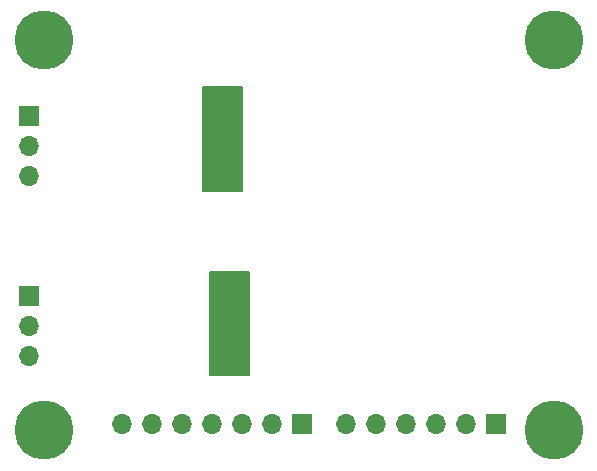
<source format=gbs>
G04 #@! TF.GenerationSoftware,KiCad,Pcbnew,6.0.4-6f826c9f35~116~ubuntu20.04.1*
G04 #@! TF.CreationDate,2022-04-25T13:09:09+02:00*
G04 #@! TF.ProjectId,foc,666f632e-6b69-4636-9164-5f7063625858,rev?*
G04 #@! TF.SameCoordinates,Original*
G04 #@! TF.FileFunction,Soldermask,Bot*
G04 #@! TF.FilePolarity,Negative*
%FSLAX46Y46*%
G04 Gerber Fmt 4.6, Leading zero omitted, Abs format (unit mm)*
G04 Created by KiCad (PCBNEW 6.0.4-6f826c9f35~116~ubuntu20.04.1) date 2022-04-25 13:09:09*
%MOMM*%
%LPD*%
G01*
G04 APERTURE LIST*
%ADD10C,0.150000*%
%ADD11R,1.700000X1.700000*%
%ADD12O,1.700000X1.700000*%
%ADD13C,0.800000*%
%ADD14C,5.000000*%
G04 APERTURE END LIST*
D10*
X159004000Y-101663500D02*
X155702000Y-101663500D01*
X155702000Y-101663500D02*
X155702000Y-92900500D01*
X155702000Y-92900500D02*
X159004000Y-92900500D01*
X159004000Y-92900500D02*
X159004000Y-101663500D01*
G36*
X159004000Y-101663500D02*
G01*
X155702000Y-101663500D01*
X155702000Y-92900500D01*
X159004000Y-92900500D01*
X159004000Y-101663500D01*
G37*
X159639000Y-117284500D02*
X156337000Y-117284500D01*
X156337000Y-117284500D02*
X156337000Y-108521500D01*
X156337000Y-108521500D02*
X159639000Y-108521500D01*
X159639000Y-108521500D02*
X159639000Y-117284500D01*
G36*
X159639000Y-117284500D02*
G01*
X156337000Y-117284500D01*
X156337000Y-108521500D01*
X159639000Y-108521500D01*
X159639000Y-117284500D01*
G37*
D11*
X140970000Y-95315800D03*
D12*
X140970000Y-97855800D03*
X140970000Y-100395800D03*
D11*
X180543200Y-121405800D03*
D12*
X178003200Y-121405800D03*
X175463200Y-121405800D03*
X172923200Y-121405800D03*
X170383200Y-121405800D03*
X167843200Y-121405800D03*
D13*
X140365000Y-121920000D03*
X140914175Y-123245825D03*
X143565825Y-120594175D03*
X142240000Y-120045000D03*
D14*
X142240000Y-121920000D03*
D13*
X142240000Y-123795000D03*
X140914175Y-120594175D03*
X144115000Y-121920000D03*
X143565825Y-123245825D03*
D14*
X142240000Y-88900000D03*
D13*
X140365000Y-88900000D03*
X140914175Y-90225825D03*
X140914175Y-87574175D03*
X142240000Y-90775000D03*
X144115000Y-88900000D03*
X143565825Y-87574175D03*
X142240000Y-87025000D03*
X143565825Y-90225825D03*
D11*
X164139800Y-121405800D03*
D12*
X161599800Y-121405800D03*
X159059800Y-121405800D03*
X156519800Y-121405800D03*
X153979800Y-121405800D03*
X151439800Y-121405800D03*
X148899800Y-121405800D03*
D11*
X140970000Y-110555800D03*
D12*
X140970000Y-113095800D03*
X140970000Y-115635800D03*
D13*
X185420000Y-123795000D03*
D14*
X185420000Y-121920000D03*
D13*
X186745825Y-123245825D03*
X187295000Y-121920000D03*
X186745825Y-120594175D03*
X184094175Y-123245825D03*
X185420000Y-120045000D03*
X183545000Y-121920000D03*
X184094175Y-120594175D03*
X184094175Y-90225825D03*
D14*
X185420000Y-88900000D03*
D13*
X187295000Y-88900000D03*
X186745825Y-87574175D03*
X183545000Y-88900000D03*
X185420000Y-87025000D03*
X186745825Y-90225825D03*
X184094175Y-87574175D03*
X185420000Y-90775000D03*
M02*

</source>
